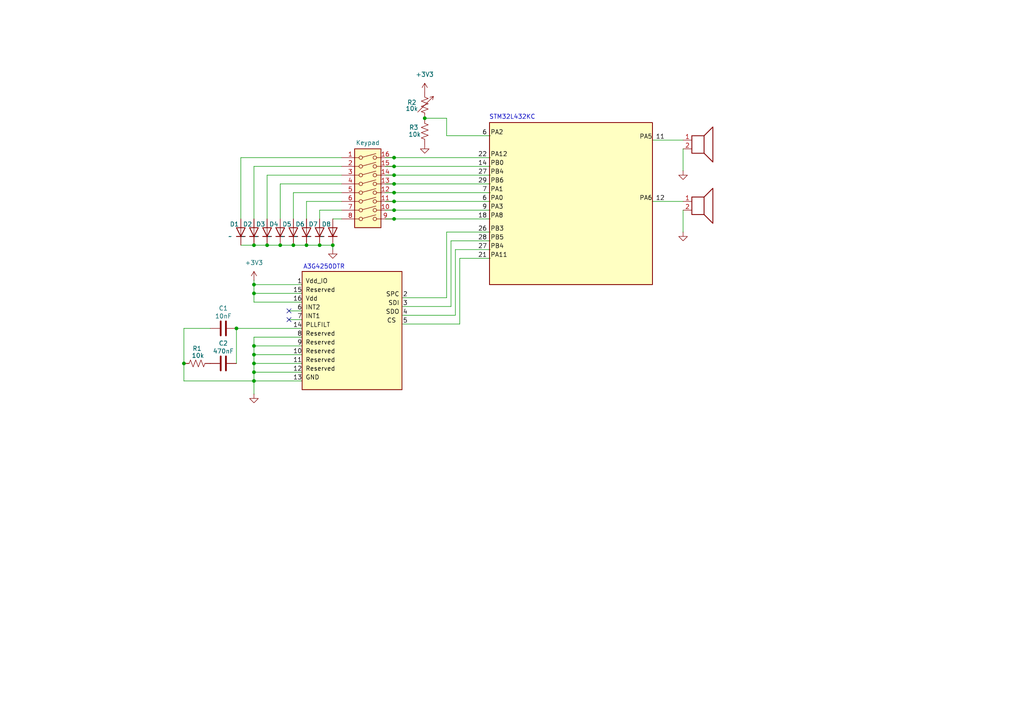
<source format=kicad_sch>
(kicad_sch (version 20231120) (generator "eeschema") (generator_version "8.0")
  (paper "A4")
  (lib_symbols
    (symbol "Device:C" (pin_numbers hide) (pin_names (offset 0.254))
      (property "Reference" "C" (at 0.635 2.54 0))
      (property "Value" "C" (at 0.635 -2.54 0))
      (symbol "C_0_1"
        (polyline (pts (xy -2.032 -0.762) (xy 2.032 -0.762)) (stroke (width 0.508)))
        (polyline (pts (xy -2.032 0.762) (xy 2.032 0.762)) (stroke (width 0.508)))
      )
      (symbol "C_1_1"
        (pin passive line (at 0 3.81 270) (length 2.794) (name "~") (number "1"))
        (pin passive line (at 0 -3.81 90) (length 2.794) (name "~") (number "2"))
      )
    )
    (symbol "Device:R_US" (pin_numbers hide) (pin_names (offset 0))
      (property "Reference" "R" (at 2.54 0 90))
      (property "Value" "R_US" (at -2.54 0 90))
      (symbol "R_US_0_1"
        (polyline (pts (xy 0 -2.286) (xy 0 -2.54)))
        (polyline (pts (xy 0 2.286) (xy 0 2.54)))
        (polyline (pts (xy 0 -0.762) (xy 1.016 -1.143) (xy 0 -1.524) (xy -1.016 -1.905) (xy 0 -2.286)))
        (polyline (pts (xy 0 0.762) (xy 1.016 0.381) (xy 0 0) (xy -1.016 -0.381) (xy 0 -0.762)))
        (polyline (pts (xy 0 2.286) (xy 1.016 1.905) (xy 0 1.524) (xy -1.016 1.143) (xy 0 0.762)))
      )
      (symbol "R_US_1_1"
        (pin passive line (at 0 3.81 270) (length 1.27) (name "~") (number "1"))
        (pin passive line (at 0 -3.81 90) (length 1.27) (name "~") (number "2"))
      )
    )
    (symbol "Device:R_Variable_US" (pin_numbers hide) (pin_names (offset 0))
      (property "Reference" "R" (at 2.54 -2.54 90))
      (property "Value" "R_Variable_US" (at -2.54 -1.27 90))
      (symbol "R_Variable_US_0_1"
        (polyline (pts (xy 0 -2.286) (xy 0 -2.54)))
        (polyline (pts (xy 0 2.286) (xy 0 2.54)))
        (polyline (pts (xy 0 -0.762) (xy 1.016 -1.143) (xy 0 -1.524) (xy -1.016 -1.905) (xy 0 -2.286)))
        (polyline (pts (xy 0 0.762) (xy 1.016 0.381) (xy 0 0) (xy -1.016 -0.381) (xy 0 -0.762)))
        (polyline (pts (xy 0 2.286) (xy 1.016 1.905) (xy 0 1.524) (xy -1.016 1.143) (xy 0 0.762)) (stroke (width 0.1524)))
        (polyline (pts (xy 2.286 1.524) (xy 2.54 2.54) (xy 1.524 2.286) (xy 2.54 2.54) (xy -2.032 -2.032)) (stroke (width 0.1524)))
      )
      (symbol "R_Variable_US_1_1"
        (pin passive line (at 0 3.81 270) (length 1.27) (name "~") (number "1"))
        (pin passive line (at 0 -3.81 90) (length 1.27) (name "~") (number "2"))
      )
    )
    (symbol "Device:Speaker" (pin_names (offset 0) hide)
      (property "Reference" "LS" (at 1.27 5.715 0))
      (property "Value" "Speaker" (at 1.27 3.81 0))
      (symbol "Speaker_0_0"
        (rectangle (start -2.54 1.27) (end 1.016 -3.81) (stroke (width 0.254)))
        (polyline (pts (xy 1.016 1.27) (xy 3.556 3.81) (xy 3.556 -6.35) (xy 1.016 -3.81)) (stroke (width 0.254)))
      )
      (symbol "Speaker_1_1"
        (pin input line (at -5.08 0 0) (length 2.54) (name "1") (number "1"))
        (pin input line (at -5.08 -2.54 0) (length 2.54) (name "2") (number "2"))
      )
    )
    (symbol "Diode:US2AA" (pin_numbers hide) (pin_names hide)
      (property "Reference" "D" (at 0 2.54 0))
      (property "Value" "US2AA" (at 0 -2.54 0))
      (symbol "US2AA_0_1"
        (polyline (pts (xy -1.27 1.27) (xy -1.27 -1.27)) (stroke (width 0.254)))
        (polyline (pts (xy 1.27 0) (xy -1.27 0)))
        (polyline (pts (xy 1.27 1.27) (xy 1.27 -1.27) (xy -1.27 0) (xy 1.27 1.27)) (stroke (width 0.254)))
      )
      (symbol "US2AA_1_1"
        (pin passive line (at -3.81 0 0) (length 2.54) (name "K") (number "1"))
        (pin passive line (at 3.81 0 180) (length 2.54) (name "A") (number "2"))
      )
    )
    (symbol "Switch:SW_DIP_x08" (pin_names (offset 0) hide)
      (property "Reference" "SW" (at 0 13.97 0))
      (property "Value" "SW_DIP_x08" (at 0 -11.43 0))
      (symbol "SW_DIP_x08_0_0"
        (circle (center -2.032 -7.62) (radius 0.508))
        (circle (center -2.032 -5.08) (radius 0.508))
        (circle (center -2.032 -2.54) (radius 0.508))
        (circle (center -2.032 0) (radius 0.508))
        (circle (center -2.032 2.54) (radius 0.508))
        (circle (center -2.032 5.08) (radius 0.508))
        (circle (center -2.032 7.62) (radius 0.508))
        (circle (center -2.032 10.16) (radius 0.508))
        (polyline (pts (xy -1.524 -7.4676) (xy 2.3622 -6.4262)))
        (polyline (pts (xy -1.524 -4.9276) (xy 2.3622 -3.8862)))
        (polyline (pts (xy -1.524 -2.3876) (xy 2.3622 -1.3462)))
        (polyline (pts (xy -1.524 0.127) (xy 2.3622 1.1684)))
        (polyline (pts (xy -1.524 2.667) (xy 2.3622 3.7084)))
        (polyline (pts (xy -1.524 5.207) (xy 2.3622 6.2484)))
        (polyline (pts (xy -1.524 7.747) (xy 2.3622 8.7884)))
        (polyline (pts (xy -1.524 10.287) (xy 2.3622 11.3284)))
        (circle (center 2.032 -7.62) (radius 0.508))
        (circle (center 2.032 -5.08) (radius 0.508))
        (circle (center 2.032 -2.54) (radius 0.508))
        (circle (center 2.032 0) (radius 0.508))
        (circle (center 2.032 2.54) (radius 0.508))
        (circle (center 2.032 5.08) (radius 0.508))
        (circle (center 2.032 7.62) (radius 0.508))
        (circle (center 2.032 10.16) (radius 0.508))
      )
      (symbol "SW_DIP_x08_0_1"
        (rectangle (start -3.81 12.7) (end 3.81 -10.16) (stroke (width 0.254)) (fill (type background)))
      )
      (symbol "SW_DIP_x08_1_1"
        (pin passive line (at -7.62 10.16 0) (length 5.08) (name "~") (number "1"))
        (pin passive line (at 7.62 -5.08 180) (length 5.08) (name "~") (number "10"))
        (pin passive line (at 7.62 -2.54 180) (length 5.08) (name "~") (number "11"))
        (pin passive line (at 7.62 0 180) (length 5.08) (name "~") (number "12"))
        (pin passive line (at 7.62 2.54 180) (length 5.08) (name "~") (number "13"))
        (pin passive line (at 7.62 5.08 180) (length 5.08) (name "~") (number "14"))
        (pin passive line (at 7.62 7.62 180) (length 5.08) (name "~") (number "15"))
        (pin passive line (at 7.62 10.16 180) (length 5.08) (name "~") (number "16"))
        (pin passive line (at -7.62 7.62 0) (length 5.08) (name "~") (number "2"))
        (pin passive line (at -7.62 5.08 0) (length 5.08) (name "~") (number "3"))
        (pin passive line (at -7.62 2.54 0) (length 5.08) (name "~") (number "4"))
        (pin passive line (at -7.62 0 0) (length 5.08) (name "~") (number "5"))
        (pin passive line (at -7.62 -2.54 0) (length 5.08) (name "~") (number "6"))
        (pin passive line (at -7.62 -5.08 0) (length 5.08) (name "~") (number "7"))
        (pin passive line (at -7.62 -7.62 0) (length 5.08) (name "~") (number "8"))
        (pin passive line (at 7.62 -7.62 180) (length 5.08) (name "~") (number "9"))
      )
    )
    (symbol "power:+3V3" (power) (pin_numbers hide) (pin_names (offset 0) hide)
      (property "Value" "+3V3" (at 0 3.556 0))
      (symbol "+3V3_0_1"
        (polyline (pts (xy -0.762 1.27) (xy 0 2.54)))
        (polyline (pts (xy 0 0) (xy 0 2.54)))
        (polyline (pts (xy 0 2.54) (xy 0.762 1.27)))
      )
      (symbol "+3V3_1_1"
        (pin power_in line (at 0 0 90) (length 0) (name "~") (number "1"))
      )
    )
    (symbol "power:GND" (power) (pin_numbers hide) (pin_names (offset 0) hide)
      (property "Value" "GND" (at 0 -3.81 0))
      (symbol "GND_0_1"
        (polyline (pts (xy 0 0) (xy 0 -1.27) (xy 1.27 -1.27) (xy 0 -2.54) (xy -1.27 -1.27) (xy 0 -1.27)))
      )
      (symbol "GND_1_1"
        (pin power_in line (at 0 0 270) (length 0) (name "~") (number "1"))
      )
    )
  )
  (junction (at 73.66 71.12))
  (junction (at 73.66 110.49))
  (junction (at 123.19 34.29))
  (junction (at 73.66 100.33))
  (junction (at 85.09 71.12))
  (junction (at 114.3 45.72))
  (junction (at 92.71 71.12))
  (junction (at 88.9 71.12))
  (junction (at 73.66 82.55))
  (junction (at 68.58 95.25))
  (junction (at 73.66 105.41))
  (junction (at 114.3 53.34))
  (junction (at 114.3 63.5))
  (junction (at 96.52 71.12))
  (junction (at 114.3 50.8))
  (junction (at 77.47 71.12))
  (junction (at 81.28 71.12))
  (junction (at 73.66 107.95))
  (junction (at 114.3 60.96))
  (junction (at 114.3 55.88))
  (junction (at 73.66 102.87))
  (junction (at 53.34 105.41))
  (junction (at 114.3 48.26))
  (junction (at 73.66 85.09))
  (junction (at 114.3 58.42))
  (no_connect (at 83.82 90.17))
  (no_connect (at 83.82 92.71))
  (wire (pts (xy 114.3 48.26) (xy 142.24 48.26)))
  (wire (pts (xy 73.66 81.28) (xy 73.66 82.55)))
  (wire (pts (xy 116.84 91.44) (xy 132.08 91.44)))
  (wire (pts (xy 87.63 102.87) (xy 73.66 102.87)))
  (wire (pts (xy 73.66 105.41) (xy 73.66 107.95)))
  (wire (pts (xy 114.3 45.72) (xy 142.24 45.72)))
  (wire (pts (xy 116.84 88.9) (xy 130.81 88.9)))
  (wire (pts (xy 73.66 110.49) (xy 73.66 114.3)))
  (wire (pts (xy 53.34 105.41) (xy 53.34 95.25)))
  (wire (pts (xy 111.76 45.72) (xy 114.3 45.72)))
  (wire (pts (xy 53.34 95.25) (xy 60.96 95.25)))
  (wire (pts (xy 114.3 60.96) (xy 142.24 60.96)))
  (wire (pts (xy 114.3 58.42) (xy 142.24 58.42)))
  (wire (pts (xy 129.54 86.36) (xy 129.54 67.31)))
  (wire (pts (xy 116.84 93.98) (xy 133.35 93.98)))
  (wire (pts (xy 73.66 48.26) (xy 73.66 63.5)))
  (wire (pts (xy 87.63 85.09) (xy 73.66 85.09)))
  (wire (pts (xy 132.08 72.39) (xy 142.24 72.39)))
  (wire (pts (xy 96.52 72.39) (xy 96.52 71.12)) (stroke (width 0) (color 0 72 0 1)))
  (wire (pts (xy 69.85 45.72) (xy 69.85 63.5)))
  (wire (pts (xy 198.12 60.96) (xy 198.12 67.31)))
  (wire (pts (xy 73.66 102.87) (xy 73.66 105.41)))
  (wire (pts (xy 87.63 82.55) (xy 73.66 82.55)))
  (wire (pts (xy 189.23 58.42) (xy 198.12 58.42)))
  (wire (pts (xy 99.06 53.34) (xy 81.28 53.34)))
  (wire (pts (xy 73.66 82.55) (xy 73.66 85.09)))
  (wire (pts (xy 111.76 63.5) (xy 114.3 63.5)))
  (wire (pts (xy 130.81 69.85) (xy 142.24 69.85)))
  (wire (pts (xy 111.76 58.42) (xy 114.3 58.42)))
  (wire (pts (xy 87.63 90.17) (xy 83.82 90.17)))
  (wire (pts (xy 87.63 110.49) (xy 73.66 110.49)))
  (wire (pts (xy 111.76 50.8) (xy 114.3 50.8)))
  (wire (pts (xy 99.06 48.26) (xy 73.66 48.26)))
  (wire (pts (xy 114.3 55.88) (xy 142.24 55.88)))
  (wire (pts (xy 92.71 60.96) (xy 92.71 63.5)))
  (wire (pts (xy 88.9 71.12) (xy 85.09 71.12)))
  (wire (pts (xy 133.35 74.93) (xy 142.24 74.93)))
  (wire (pts (xy 77.47 50.8) (xy 77.47 63.5)))
  (wire (pts (xy 133.35 93.98) (xy 133.35 74.93)))
  (wire (pts (xy 87.63 87.63) (xy 73.66 87.63)))
  (wire (pts (xy 111.76 60.96) (xy 114.3 60.96)))
  (wire (pts (xy 87.63 105.41) (xy 73.66 105.41)))
  (wire (pts (xy 116.84 86.36) (xy 129.54 86.36)))
  (wire (pts (xy 77.47 71.12) (xy 73.66 71.12)))
  (wire (pts (xy 73.66 71.12) (xy 69.85 71.12)))
  (wire (pts (xy 87.63 92.71) (xy 83.82 92.71)))
  (wire (pts (xy 99.06 58.42) (xy 88.9 58.42)))
  (wire (pts (xy 88.9 58.42) (xy 88.9 63.5)))
  (wire (pts (xy 129.54 39.37) (xy 142.24 39.37)))
  (wire (pts (xy 123.19 34.29) (xy 129.54 34.29)))
  (wire (pts (xy 73.66 107.95) (xy 73.66 110.49)))
  (wire (pts (xy 87.63 100.33) (xy 73.66 100.33)))
  (wire (pts (xy 129.54 67.31) (xy 142.24 67.31)))
  (wire (pts (xy 87.63 107.95) (xy 73.66 107.95)))
  (wire (pts (xy 92.71 71.12) (xy 88.9 71.12)))
  (wire (pts (xy 111.76 55.88) (xy 114.3 55.88)))
  (wire (pts (xy 68.58 95.25) (xy 87.63 95.25)))
  (wire (pts (xy 53.34 110.49) (xy 73.66 110.49)))
  (wire (pts (xy 53.34 105.41) (xy 53.34 110.49)))
  (wire (pts (xy 111.76 48.26) (xy 114.3 48.26)))
  (wire (pts (xy 99.06 55.88) (xy 85.09 55.88)))
  (wire (pts (xy 87.63 97.79) (xy 73.66 97.79)))
  (wire (pts (xy 99.06 50.8) (xy 77.47 50.8)))
  (wire (pts (xy 111.76 53.34) (xy 114.3 53.34)))
  (wire (pts (xy 73.66 97.79) (xy 73.66 100.33)))
  (wire (pts (xy 81.28 71.12) (xy 77.47 71.12)))
  (wire (pts (xy 73.66 100.33) (xy 73.66 102.87)))
  (wire (pts (xy 85.09 71.12) (xy 81.28 71.12)))
  (wire (pts (xy 99.06 60.96) (xy 92.71 60.96)))
  (wire (pts (xy 96.52 63.5) (xy 99.06 63.5)))
  (wire (pts (xy 189.23 40.64) (xy 198.12 40.64)))
  (wire (pts (xy 68.58 95.25) (xy 68.58 105.41)))
  (wire (pts (xy 114.3 63.5) (xy 142.24 63.5)))
  (wire (pts (xy 129.54 34.29) (xy 129.54 39.37)))
  (wire (pts (xy 114.3 53.34) (xy 142.24 53.34)))
  (wire (pts (xy 81.28 53.34) (xy 81.28 63.5)))
  (wire (pts (xy 85.09 55.88) (xy 85.09 63.5)))
  (wire (pts (xy 132.08 91.44) (xy 132.08 72.39)))
  (wire (pts (xy 96.52 71.12) (xy 92.71 71.12)))
  (wire (pts (xy 73.66 85.09) (xy 73.66 87.63)))
  (wire (pts (xy 130.81 88.9) (xy 130.81 69.85)))
  (wire (pts (xy 99.06 45.72) (xy 69.85 45.72)))
  (wire (pts (xy 198.12 43.18) (xy 198.12 49.53)))
  (wire (pts (xy 114.3 50.8) (xy 142.24 50.8)))
  (rectangle (start 87.63 78.74) (end 116.586 113.03) (stroke (width 0.254) (color 132 0 0 1)) (fill (type color) (color 255 255 194 1)))
  (rectangle (start 141.986 35.56) (end 189.23 82.55) (stroke (width 0.254) (color 132 0 0 1)) (fill (type color) (color 255 255 194 1)))
  (text "A3G4250DTR" (at 93.98 77.47 0) (effects (font (size 1.27 1.27))))
  (text "STM32L432KC" (at 148.59 34.036 0) (effects (font (size 1.27 1.27))))
  (label "27 " (at 142.24 50.8 180))
  (label "PA8" (at 142.24 63.5 0))
  (label "6" (at 87.63 90.17 180))
  (label " PLLFILT" (at 87.63 95.25 0))
  (label " 11" (at 189.23 40.64 0))
  (label "21 " (at 142.24 74.93 180))
  (label "PB0" (at 142.24 48.26 0))
  (label " GND" (at 87.63 110.49 0))
  (label "18 " (at 142.24 63.5 180))
  (label "PA5" (at 189.23 40.64 180))
  (label "12" (at 87.63 107.95 180))
  (label "5" (at 116.84 93.98 0))
  (label "PA12" (at 142.24 45.72 0))
  (label "9 " (at 142.24 60.96 180))
  (label " Vdd_IO" (at 87.63 82.55 0))
  (label "16" (at 87.63 87.63 180))
  (label "SPC " (at 116.84 86.36 180))
  (label "PA6" (at 189.23 58.42 180))
  (label "PA11" (at 142.24 74.93 0))
  (label " INT2" (at 87.63 90.17 0))
  (label "11" (at 87.63 105.41 180))
  (label "14 " (at 142.24 48.26 180))
  (label " 12" (at 189.23 58.42 0))
  (label "6 " (at 142.24 39.37 180))
  (label " Reserved" (at 87.63 102.87 0))
  (label "7 " (at 142.24 55.88 180))
  (label "PA0" (at 142.24 58.42 0))
  (label "PA3" (at 142.24 60.96 0))
  (label " Reserved" (at 87.63 100.33 0))
  (label "4" (at 116.84 91.44 0))
  (label "SDO " (at 116.84 91.44 180))
  (label "PA2" (at 142.24 39.37 0))
  (label "8" (at 87.63 97.79 180))
  (label "1" (at 87.63 82.55 180))
  (label "6 " (at 142.24 58.42 180))
  (label "13" (at 87.63 110.49 180))
  (label "9" (at 87.63 100.33 180))
  (label "7" (at 87.63 92.71 180))
  (label "15" (at 87.63 85.09 180))
  (label "3" (at 116.84 88.9 0))
  (label " Reserved" (at 87.63 97.79 0))
  (label "22 " (at 142.24 45.72 180))
  (label " INT1" (at 87.63 92.71 0))
  (label "14" (at 87.63 95.25 180))
  (label " Vdd" (at 87.63 87.63 0))
  (label "PB6" (at 142.24 53.34 0))
  (label "CS  " (at 116.84 93.98 180))
  (label "PB4" (at 142.24 72.39 0))
  (label "PB4" (at 142.24 50.8 0))
  (label "2" (at 116.84 86.36 0))
  (label "10" (at 87.63 102.87 180))
  (label " Reserved" (at 87.63 105.41 0))
  (label "29 " (at 142.24 53.34 180))
  (label "28 " (at 142.24 69.85 180))
  (label "26 " (at 142.24 67.31 180))
  (label " Reserved" (at 87.63 107.95 0))
  (label "27 " (at 142.24 72.39 180))
  (label " Reserved" (at 87.63 85.09 0))
  (label "PA1" (at 142.24 55.88 0))
  (label "PB5" (at 142.24 69.85 0))
  (label "PB3" (at 142.24 67.31 0))
  (label "SDI " (at 116.84 88.9 180))
  (symbol (lib_id "Diode:US2AA") (at 85.09 67.31 90) (unit 1)
    (property "Reference" "D5" (at 84.582 65.024 90) (effects (justify left)))
    (property "Value" "~" (at 82.55 68.58 90) (effects (justify left)))
    (property "Footprint" "Diode_SMD:D_SMA" (effects (hide yes)))
    (property "Datasheet" "https://www.onsemi.com/pub/Collateral/US2AA-D.PDF" (effects (hide yes)))
    (property "Description" "50V, 1.5A, General Purpose Rectifier Diode, SMA(DO-214AC)" (effects (hide yes)))
    (property "Sim.Device" "D" (effects (hide yes)))
    (property "Sim.Pins" "1=K 2=A" (effects (hide yes)))
  )
  (symbol (lib_id "Device:C") (at 64.77 95.25 270) (unit 1)
    (property "Reference" "C1" (at 64.77 89.408 90))
    (property "Value" "10nF" (at 64.77 91.694 90))
    (property "Description" "Unpolarized capacitor" (effects (hide yes)))
  )
  (symbol (lib_id "Device:Speaker") (at 203.2 58.42 0) (unit 1)
    (property "Reference" "LS2" (effects (hide yes)))
    (property "Value" "Speaker" (effects (hide yes)))
    (property "Description" "Speaker" (effects (hide yes)))
  )
  (symbol (lib_id "Device:R_US") (at 57.15 105.41 270) (unit 1)
    (property "Reference" "R1" (at 57.15 101.092 90))
    (property "Value" "10k" (at 57.404 103.124 90))
    (property "Description" "Resistor, US symbol" (effects (hide yes)))
  )
  (symbol (lib_id "power:GND") (at 198.12 49.53 0) (mirror y) (unit 1)
    (property "Reference" "#PWR01" (effects (hide yes)))
    (property "Value" "GND" (effects (hide yes)))
    (property "Description" "Power symbol creates a global label with name \"GND\" , ground" (effects (hide yes)))
  )
  (symbol (lib_id "power:GND") (at 73.66 114.3 0) (mirror y) (unit 1)
    (property "Reference" "#PWR03" (effects (hide yes)))
    (property "Value" "GND" (effects (hide yes)))
    (property "Description" "Power symbol creates a global label with name \"GND\" , ground" (effects (hide yes)))
  )
  (symbol (lib_id "Diode:US2AA") (at 88.9 67.31 90) (unit 1)
    (property "Reference" "D6" (at 88.392 65.024 90) (effects (justify left)))
    (property "Value" "~" (at 86.36 68.58 90) (effects (justify left)))
    (property "Footprint" "Diode_SMD:D_SMA" (effects (hide yes)))
    (property "Datasheet" "https://www.onsemi.com/pub/Collateral/US2AA-D.PDF" (effects (hide yes)))
    (property "Description" "50V, 1.5A, General Purpose Rectifier Diode, SMA(DO-214AC)" (effects (hide yes)))
    (property "Sim.Device" "D" (effects (hide yes)))
    (property "Sim.Pins" "1=K 2=A" (effects (hide yes)))
  )
  (symbol (lib_id "Switch:SW_DIP_x08") (at 106.68 55.88 0) (unit 1)
    (property "Reference" "Keypad" (at 106.68 41.402 0))
    (property "Value" "SW_DIP_x08" (effects (hide yes)))
    (property "Description" "8x DIP Switch, Single Pole Single Throw (SPST) switch, small symbol" (effects (hide yes)))
  )
  (symbol (lib_id "Diode:US2AA") (at 96.52 67.31 90) (unit 1)
    (property "Reference" "D8" (at 96.012 65.024 90) (effects (justify left)))
    (property "Value" "~" (at 93.98 68.58 90) (effects (justify left)))
    (property "Footprint" "Diode_SMD:D_SMA" (effects (hide yes)))
    (property "Datasheet" "https://www.onsemi.com/pub/Collateral/US2AA-D.PDF" (effects (hide yes)))
    (property "Description" "50V, 1.5A, General Purpose Rectifier Diode, SMA(DO-214AC)" (effects (hide yes)))
    (property "Sim.Device" "D" (effects (hide yes)))
    (property "Sim.Pins" "1=K 2=A" (effects (hide yes)))
  )
  (symbol (lib_id "Diode:US2AA") (at 73.66 67.31 90) (unit 1)
    (property "Reference" "D2" (at 73.152 65.024 90) (effects (justify left)))
    (property "Value" "~" (at 71.12 68.58 90) (effects (justify left)))
    (property "Footprint" "Diode_SMD:D_SMA" (effects (hide yes)))
    (property "Datasheet" "https://www.onsemi.com/pub/Collateral/US2AA-D.PDF" (effects (hide yes)))
    (property "Description" "50V, 1.5A, General Purpose Rectifier Diode, SMA(DO-214AC)" (effects (hide yes)))
    (property "Sim.Device" "D" (effects (hide yes)))
    (property "Sim.Pins" "1=K 2=A" (effects (hide yes)))
  )
  (symbol (lib_id "power:GND") (at 123.19 41.91 0) (mirror y) (unit 1)
    (property "Reference" "#PWR07" (effects (hide yes)))
    (property "Value" "GND" (effects (hide yes)))
    (property "Description" "Power symbol creates a global label with name \"GND\" , ground" (effects (hide yes)))
  )
  (symbol (lib_id "Device:C") (at 64.77 105.41 270) (unit 1)
    (property "Reference" "C2" (at 64.77 99.568 90))
    (property "Value" "470nF" (at 64.77 101.854 90))
    (property "Description" "Unpolarized capacitor" (effects (hide yes)))
  )
  (symbol (lib_id "Device:R_Variable_US") (at 123.19 30.48 0) (unit 1)
    (property "Reference" "R2" (at 118.11 29.718 0) (effects (justify left)))
    (property "Value" "10k" (at 117.602 31.496 0) (effects (justify left)))
    (property "Description" "Variable resistor, US symbol" (effects (hide yes)))
  )
  (symbol (lib_id "Device:Speaker") (at 203.2 40.64 0) (unit 1)
    (property "Reference" "LS1" (effects (hide yes)))
    (property "Value" "Speaker" (effects (hide yes)))
    (property "Description" "Speaker" (effects (hide yes)))
  )
  (symbol (lib_id "Device:R_US") (at 123.19 38.1 0) (unit 1)
    (property "Reference" "R3" (at 120.015 36.957 0))
    (property "Value" "10k" (at 120.269 38.989 0))
    (property "Description" "Resistor, US symbol" (effects (hide yes)))
  )
  (symbol (lib_id "power:GND") (at 96.52 72.39 0) (mirror y) (unit 1)
    (property "Reference" "#PWR02" (effects (hide yes)))
    (property "Value" "GND" (effects (hide yes)))
    (property "Description" "Power symbol creates a global label with name \"GND\" , ground" (effects (hide yes)))
  )
  (symbol (lib_id "Diode:US2AA") (at 92.71 67.31 90) (unit 1)
    (property "Reference" "D7" (at 92.202 65.024 90) (effects (justify left)))
    (property "Value" "~" (at 90.17 68.58 90) (effects (justify left)))
    (property "Footprint" "Diode_SMD:D_SMA" (effects (hide yes)))
    (property "Datasheet" "https://www.onsemi.com/pub/Collateral/US2AA-D.PDF" (effects (hide yes)))
    (property "Description" "50V, 1.5A, General Purpose Rectifier Diode, SMA(DO-214AC)" (effects (hide yes)))
    (property "Sim.Device" "D" (effects (hide yes)))
    (property "Sim.Pins" "1=K 2=A" (effects (hide yes)))
  )
  (symbol (lib_id "Diode:US2AA") (at 69.85 67.31 90) (unit 1)
    (property "Reference" "D1" (at 69.342 65.024 90) (effects (justify left)))
    (property "Value" "~" (at 67.31 68.58 90) (effects (justify left)))
    (property "Footprint" "Diode_SMD:D_SMA" (effects (hide yes)))
    (property "Datasheet" "https://www.onsemi.com/pub/Collateral/US2AA-D.PDF" (effects (hide yes)))
    (property "Description" "50V, 1.5A, General Purpose Rectifier Diode, SMA(DO-214AC)" (effects (hide yes)))
    (property "Sim.Device" "D" (effects (hide yes)))
    (property "Sim.Pins" "1=K 2=A" (effects (hide yes)))
  )
  (symbol (lib_id "power:+3V3") (at 123.19 26.67 0) (unit 1)
    (property "Reference" "#PWR06" (effects (hide yes)))
    (property "Value" "+3V3" (at 123.19 21.59 0))
    (property "Description" "Power symbol creates a global label with name \"+3V3\"" (effects (hide yes)))
  )
  (symbol (lib_id "Diode:US2AA") (at 77.47 67.31 90) (unit 1)
    (property "Reference" "D3" (at 76.962 65.024 90) (effects (justify left)))
    (property "Value" "~" (at 74.93 68.58 90) (effects (justify left)))
    (property "Footprint" "Diode_SMD:D_SMA" (effects (hide yes)))
    (property "Datasheet" "https://www.onsemi.com/pub/Collateral/US2AA-D.PDF" (effects (hide yes)))
    (property "Description" "50V, 1.5A, General Purpose Rectifier Diode, SMA(DO-214AC)" (effects (hide yes)))
    (property "Sim.Device" "D" (effects (hide yes)))
    (property "Sim.Pins" "1=K 2=A" (effects (hide yes)))
  )
  (symbol (lib_id "Diode:US2AA") (at 81.28 67.31 90) (unit 1)
    (property "Reference" "D4" (at 80.772 65.024 90) (effects (justify left)))
    (property "Value" "~" (at 78.74 68.58 90) (effects (justify left)))
    (property "Footprint" "Diode_SMD:D_SMA" (effects (hide yes)))
    (property "Datasheet" "https://www.onsemi.com/pub/Collateral/US2AA-D.PDF" (effects (hide yes)))
    (property "Description" "50V, 1.5A, General Purpose Rectifier Diode, SMA(DO-214AC)" (effects (hide yes)))
    (property "Sim.Device" "D" (effects (hide yes)))
    (property "Sim.Pins" "1=K 2=A" (effects (hide yes)))
  )
  (symbol (lib_id "power:+3V3") (at 73.66 81.28 0) (unit 1)
    (property "Reference" "#PWR04" (effects (hide yes)))
    (property "Value" "+3V3" (at 73.66 76.2 0))
    (property "Description" "Power symbol creates a global label with name \"+3V3\"" (effects (hide yes)))
  )
  (symbol (lib_id "power:GND") (at 198.12 67.31 0) (mirror y) (unit 1)
    (property "Reference" "#PWR05" (effects (hide yes)))
    (property "Value" "GND" (effects (hide yes)))
    (property "Description" "Power symbol creates a global label with name \"GND\" , ground" (effects (hide yes)))
  )
)
</source>
